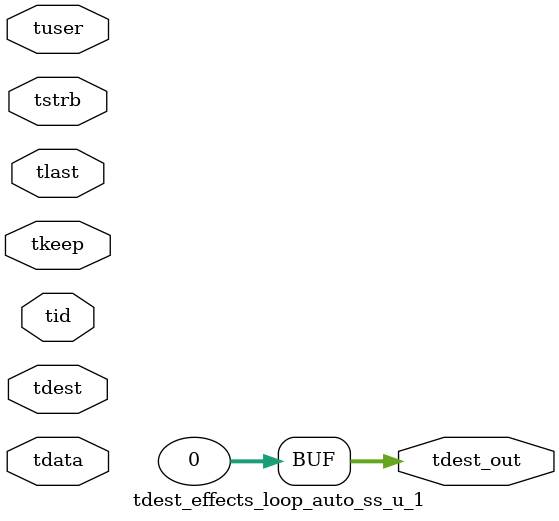
<source format=v>


`timescale 1ps/1ps

module tdest_effects_loop_auto_ss_u_1 #
(
parameter C_S_AXIS_TDATA_WIDTH = 32,
parameter C_S_AXIS_TUSER_WIDTH = 0,
parameter C_S_AXIS_TID_WIDTH   = 0,
parameter C_S_AXIS_TDEST_WIDTH = 0,
parameter C_M_AXIS_TDEST_WIDTH = 32
)
(
input  [(C_S_AXIS_TDATA_WIDTH == 0 ? 1 : C_S_AXIS_TDATA_WIDTH)-1:0     ] tdata,
input  [(C_S_AXIS_TUSER_WIDTH == 0 ? 1 : C_S_AXIS_TUSER_WIDTH)-1:0     ] tuser,
input  [(C_S_AXIS_TID_WIDTH   == 0 ? 1 : C_S_AXIS_TID_WIDTH)-1:0       ] tid,
input  [(C_S_AXIS_TDEST_WIDTH == 0 ? 1 : C_S_AXIS_TDEST_WIDTH)-1:0     ] tdest,
input  [(C_S_AXIS_TDATA_WIDTH/8)-1:0 ] tkeep,
input  [(C_S_AXIS_TDATA_WIDTH/8)-1:0 ] tstrb,
input                                                                    tlast,
output [C_M_AXIS_TDEST_WIDTH-1:0] tdest_out
);

assign tdest_out = {1'b0};

endmodule


</source>
